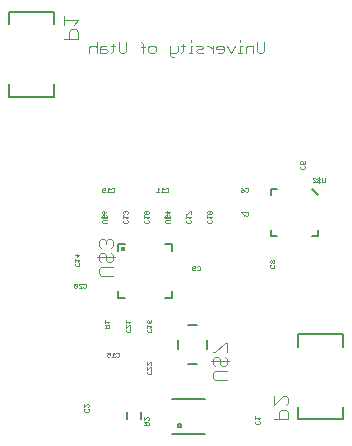
<source format=gbo>
G75*
G70*
%OFA0B0*%
%FSLAX24Y24*%
%IPPOS*%
%LPD*%
%AMOC8*
5,1,8,0,0,1.08239X$1,22.5*
%
%ADD10C,0.0030*%
%ADD11C,0.0010*%
%ADD12C,0.0080*%
%ADD13C,0.0160*%
%ADD14C,0.0040*%
%ADD15C,0.0050*%
%ADD16C,0.0060*%
D10*
X006316Y013003D02*
X006378Y013003D01*
X006316Y013003D02*
X006255Y013065D01*
X006255Y013374D01*
X006502Y013374D02*
X006502Y013188D01*
X006440Y013127D01*
X006255Y013127D01*
X006624Y013127D02*
X006685Y013188D01*
X006685Y013435D01*
X006747Y013374D02*
X006624Y013374D01*
X006931Y013374D02*
X006931Y013127D01*
X006993Y013127D02*
X006869Y013127D01*
X007114Y013188D02*
X007176Y013250D01*
X007299Y013250D01*
X007361Y013312D01*
X007299Y013374D01*
X007114Y013374D01*
X006993Y013374D02*
X006931Y013374D01*
X006931Y013497D02*
X006931Y013559D01*
X007114Y013188D02*
X007176Y013127D01*
X007361Y013127D01*
X007483Y013374D02*
X007544Y013374D01*
X007668Y013250D01*
X007789Y013250D02*
X008036Y013250D01*
X008036Y013188D02*
X008036Y013312D01*
X007974Y013374D01*
X007851Y013374D01*
X007789Y013312D01*
X007789Y013250D01*
X007851Y013127D02*
X007974Y013127D01*
X008036Y013188D01*
X008158Y013374D02*
X008281Y013127D01*
X008404Y013374D01*
X008588Y013374D02*
X008588Y013127D01*
X008527Y013127D02*
X008650Y013127D01*
X008771Y013127D02*
X008771Y013312D01*
X008833Y013374D01*
X009018Y013374D01*
X009018Y013127D01*
X009140Y013188D02*
X009140Y013497D01*
X009387Y013497D02*
X009387Y013188D01*
X009325Y013127D01*
X009201Y013127D01*
X009140Y013188D01*
X008650Y013374D02*
X008588Y013374D01*
X008588Y013497D02*
X008588Y013559D01*
X007668Y013374D02*
X007668Y013127D01*
X005765Y013188D02*
X005703Y013127D01*
X005580Y013127D01*
X005518Y013188D01*
X005518Y013312D01*
X005580Y013374D01*
X005703Y013374D01*
X005765Y013312D01*
X005765Y013188D01*
X005397Y013312D02*
X005273Y013312D01*
X005335Y013435D02*
X005273Y013497D01*
X005335Y013435D02*
X005335Y013127D01*
X004783Y013188D02*
X004721Y013127D01*
X004598Y013127D01*
X004536Y013188D01*
X004536Y013497D01*
X004415Y013374D02*
X004291Y013374D01*
X004353Y013435D02*
X004353Y013188D01*
X004291Y013127D01*
X004169Y013188D02*
X004107Y013250D01*
X003922Y013250D01*
X003922Y013312D02*
X003922Y013127D01*
X004107Y013127D01*
X004169Y013188D01*
X004107Y013374D02*
X003984Y013374D01*
X003922Y013312D01*
X003801Y013312D02*
X003739Y013374D01*
X003616Y013374D01*
X003554Y013312D01*
X003554Y013127D01*
X003801Y013127D02*
X003801Y013497D01*
X004783Y013497D02*
X004783Y013188D01*
D11*
X003384Y001247D02*
X003384Y001197D01*
X003409Y001172D01*
X003509Y001172D01*
X003534Y001197D01*
X003534Y001247D01*
X003509Y001272D01*
X003509Y001319D02*
X003534Y001344D01*
X003534Y001394D01*
X003509Y001419D01*
X003484Y001419D01*
X003384Y001319D01*
X003384Y001419D01*
X003409Y001272D02*
X003384Y001247D01*
X004177Y002992D02*
X004227Y002992D01*
X004252Y003017D01*
X004252Y003067D02*
X004202Y003092D01*
X004177Y003092D01*
X004152Y003067D01*
X004152Y003017D01*
X004177Y002992D01*
X004252Y003067D02*
X004252Y003142D01*
X004152Y003142D01*
X004349Y003142D02*
X004349Y002992D01*
X004399Y002992D02*
X004299Y002992D01*
X004399Y003092D02*
X004349Y003142D01*
X004446Y003117D02*
X004472Y003142D01*
X004522Y003142D01*
X004547Y003117D01*
X004547Y003017D01*
X004522Y002992D01*
X004472Y002992D01*
X004446Y003017D01*
X004797Y003825D02*
X004772Y003850D01*
X004772Y003900D01*
X004797Y003925D01*
X004772Y003972D02*
X004872Y004072D01*
X004897Y004072D01*
X004922Y004047D01*
X004922Y003997D01*
X004897Y003972D01*
X004897Y003925D02*
X004922Y003900D01*
X004922Y003850D01*
X004897Y003825D01*
X004797Y003825D01*
X004772Y003972D02*
X004772Y004072D01*
X004772Y004119D02*
X004772Y004219D01*
X004772Y004169D02*
X004922Y004169D01*
X004872Y004119D01*
X005472Y004144D02*
X005472Y004194D01*
X005497Y004219D01*
X005522Y004219D01*
X005547Y004194D01*
X005547Y004119D01*
X005497Y004119D01*
X005472Y004144D01*
X005472Y004072D02*
X005472Y003972D01*
X005472Y004022D02*
X005622Y004022D01*
X005572Y003972D01*
X005597Y003925D02*
X005622Y003900D01*
X005622Y003850D01*
X005597Y003825D01*
X005497Y003825D01*
X005472Y003850D01*
X005472Y003900D01*
X005497Y003925D01*
X005547Y004119D02*
X005597Y004169D01*
X005622Y004219D01*
X005597Y002819D02*
X005622Y002794D01*
X005622Y002744D01*
X005597Y002719D01*
X005597Y002672D02*
X005622Y002647D01*
X005622Y002597D01*
X005597Y002572D01*
X005597Y002525D02*
X005622Y002500D01*
X005622Y002450D01*
X005597Y002425D01*
X005497Y002425D01*
X005472Y002450D01*
X005472Y002500D01*
X005497Y002525D01*
X005472Y002572D02*
X005572Y002672D01*
X005597Y002672D01*
X005472Y002672D02*
X005472Y002572D01*
X005472Y002719D02*
X005572Y002819D01*
X005597Y002819D01*
X005472Y002819D02*
X005472Y002719D01*
X004222Y003972D02*
X004222Y004047D01*
X004197Y004072D01*
X004147Y004072D01*
X004122Y004047D01*
X004122Y003972D01*
X004122Y004022D02*
X004072Y004072D01*
X004072Y004119D02*
X004072Y004219D01*
X004072Y004169D02*
X004222Y004169D01*
X004172Y004119D01*
X004222Y003972D02*
X004072Y003972D01*
X003422Y005292D02*
X003372Y005292D01*
X003346Y005317D01*
X003299Y005292D02*
X003199Y005392D01*
X003199Y005417D01*
X003224Y005442D01*
X003274Y005442D01*
X003299Y005417D01*
X003346Y005417D02*
X003372Y005442D01*
X003422Y005442D01*
X003447Y005417D01*
X003447Y005317D01*
X003422Y005292D01*
X003299Y005292D02*
X003199Y005292D01*
X003152Y005317D02*
X003052Y005417D01*
X003052Y005317D01*
X003077Y005292D01*
X003127Y005292D01*
X003152Y005317D01*
X003152Y005417D01*
X003127Y005442D01*
X003077Y005442D01*
X003052Y005417D01*
X003097Y006025D02*
X003072Y006050D01*
X003072Y006100D01*
X003097Y006125D01*
X003072Y006172D02*
X003072Y006272D01*
X003072Y006222D02*
X003222Y006222D01*
X003172Y006172D01*
X003197Y006125D02*
X003222Y006100D01*
X003222Y006050D01*
X003197Y006025D01*
X003097Y006025D01*
X003147Y006319D02*
X003147Y006419D01*
X003222Y006394D02*
X003147Y006319D01*
X003072Y006394D02*
X003222Y006394D01*
X004007Y007467D02*
X003982Y007492D01*
X003982Y007542D01*
X004007Y007567D01*
X004132Y007567D01*
X004107Y007614D02*
X004132Y007639D01*
X004132Y007689D01*
X004107Y007714D01*
X004057Y007689D02*
X004057Y007639D01*
X004082Y007614D01*
X004107Y007614D01*
X004157Y007664D02*
X003957Y007664D01*
X003982Y007639D02*
X003982Y007689D01*
X004007Y007714D01*
X004032Y007714D01*
X004057Y007689D01*
X004057Y007761D02*
X004057Y007836D01*
X004032Y007861D01*
X004007Y007861D01*
X003982Y007836D01*
X003982Y007786D01*
X004007Y007761D01*
X004057Y007761D01*
X004107Y007811D01*
X004132Y007861D01*
X003982Y007639D02*
X004007Y007614D01*
X004007Y007467D02*
X004132Y007467D01*
X004682Y007492D02*
X004682Y007542D01*
X004707Y007567D01*
X004682Y007614D02*
X004682Y007714D01*
X004682Y007664D02*
X004832Y007664D01*
X004782Y007614D01*
X004807Y007567D02*
X004832Y007542D01*
X004832Y007492D01*
X004807Y007467D01*
X004707Y007467D01*
X004682Y007492D01*
X004707Y007761D02*
X004682Y007786D01*
X004682Y007836D01*
X004707Y007861D01*
X004732Y007861D01*
X004757Y007836D01*
X004757Y007811D01*
X004757Y007836D02*
X004782Y007861D01*
X004807Y007861D01*
X004832Y007836D01*
X004832Y007786D01*
X004807Y007761D01*
X005382Y007786D02*
X005407Y007761D01*
X005432Y007761D01*
X005457Y007786D01*
X005457Y007836D01*
X005432Y007861D01*
X005407Y007861D01*
X005382Y007836D01*
X005382Y007786D01*
X005382Y007714D02*
X005382Y007614D01*
X005382Y007664D02*
X005532Y007664D01*
X005482Y007614D01*
X005507Y007567D02*
X005532Y007542D01*
X005532Y007492D01*
X005507Y007467D01*
X005407Y007467D01*
X005382Y007492D01*
X005382Y007542D01*
X005407Y007567D01*
X005482Y007761D02*
X005507Y007761D01*
X005532Y007786D01*
X005532Y007836D01*
X005507Y007861D01*
X005482Y007861D01*
X005457Y007836D01*
X005457Y007786D02*
X005482Y007761D01*
X006057Y007664D02*
X006257Y007664D01*
X006232Y007639D02*
X006232Y007689D01*
X006207Y007714D01*
X006157Y007689D02*
X006157Y007639D01*
X006182Y007614D01*
X006207Y007614D01*
X006232Y007639D01*
X006232Y007567D02*
X006107Y007567D01*
X006082Y007542D01*
X006082Y007492D01*
X006107Y007467D01*
X006232Y007467D01*
X006107Y007614D02*
X006082Y007639D01*
X006082Y007689D01*
X006107Y007714D01*
X006132Y007714D01*
X006157Y007689D01*
X006157Y007761D02*
X006157Y007861D01*
X006232Y007836D02*
X006157Y007761D01*
X006082Y007836D02*
X006232Y007836D01*
X006782Y007761D02*
X006807Y007761D01*
X006907Y007861D01*
X006932Y007861D01*
X006932Y007761D01*
X006932Y007664D02*
X006782Y007664D01*
X006782Y007614D02*
X006782Y007714D01*
X006882Y007614D02*
X006932Y007664D01*
X006907Y007567D02*
X006932Y007542D01*
X006932Y007492D01*
X006907Y007467D01*
X006807Y007467D01*
X006782Y007492D01*
X006782Y007542D01*
X006807Y007567D01*
X007482Y007542D02*
X007482Y007492D01*
X007507Y007467D01*
X007607Y007467D01*
X007632Y007492D01*
X007632Y007542D01*
X007607Y007567D01*
X007582Y007614D02*
X007632Y007664D01*
X007482Y007664D01*
X007482Y007614D02*
X007482Y007714D01*
X007507Y007761D02*
X007607Y007861D01*
X007507Y007861D01*
X007482Y007836D01*
X007482Y007786D01*
X007507Y007761D01*
X007607Y007761D01*
X007632Y007786D01*
X007632Y007836D01*
X007607Y007861D01*
X007507Y007567D02*
X007482Y007542D01*
X008599Y007817D02*
X008699Y007717D01*
X008699Y007692D01*
X008746Y007717D02*
X008772Y007692D01*
X008822Y007692D01*
X008847Y007717D01*
X008847Y007817D01*
X008822Y007842D01*
X008772Y007842D01*
X008746Y007817D01*
X008699Y007842D02*
X008599Y007842D01*
X008599Y007817D01*
X008624Y008492D02*
X008599Y008517D01*
X008599Y008542D01*
X008624Y008567D01*
X008699Y008567D01*
X008699Y008517D01*
X008674Y008492D01*
X008624Y008492D01*
X008699Y008567D02*
X008649Y008617D01*
X008599Y008642D01*
X008746Y008617D02*
X008772Y008642D01*
X008822Y008642D01*
X008847Y008617D01*
X008847Y008517D01*
X008822Y008492D01*
X008772Y008492D01*
X008746Y008517D01*
X010582Y009292D02*
X010582Y009342D01*
X010607Y009367D01*
X010607Y009414D02*
X010582Y009439D01*
X010582Y009489D01*
X010607Y009514D01*
X010657Y009514D01*
X010682Y009489D01*
X010682Y009464D01*
X010657Y009414D01*
X010732Y009414D01*
X010732Y009514D01*
X010707Y009367D02*
X010732Y009342D01*
X010732Y009292D01*
X010707Y009267D01*
X010607Y009267D01*
X010582Y009292D01*
X011002Y008942D02*
X011027Y008967D01*
X011077Y008967D01*
X011102Y008942D01*
X011149Y008942D02*
X011174Y008967D01*
X011224Y008967D01*
X011249Y008942D01*
X011249Y008917D01*
X011224Y008892D01*
X011174Y008892D01*
X011149Y008867D01*
X011149Y008842D01*
X011174Y008817D01*
X011224Y008817D01*
X011249Y008842D01*
X011296Y008842D02*
X011296Y008967D01*
X011199Y008992D02*
X011199Y008792D01*
X011102Y008817D02*
X011002Y008917D01*
X011002Y008942D01*
X011002Y008817D02*
X011102Y008817D01*
X011296Y008842D02*
X011322Y008817D01*
X011372Y008817D01*
X011397Y008842D01*
X011397Y008967D01*
X009697Y006219D02*
X009672Y006219D01*
X009647Y006194D01*
X009647Y006144D01*
X009672Y006119D01*
X009697Y006119D01*
X009722Y006144D01*
X009722Y006194D01*
X009697Y006219D01*
X009647Y006194D02*
X009622Y006219D01*
X009597Y006219D01*
X009572Y006194D01*
X009572Y006144D01*
X009597Y006119D01*
X009622Y006119D01*
X009647Y006144D01*
X009697Y006072D02*
X009722Y006047D01*
X009722Y005997D01*
X009697Y005972D01*
X009597Y005972D01*
X009572Y005997D01*
X009572Y006047D01*
X009597Y006072D01*
X007241Y006007D02*
X007241Y005907D01*
X007216Y005882D01*
X007166Y005882D01*
X007141Y005907D01*
X007094Y005907D02*
X007069Y005882D01*
X007019Y005882D01*
X006994Y005907D01*
X006994Y006007D01*
X007019Y006032D01*
X007069Y006032D01*
X007094Y006007D01*
X007094Y005982D01*
X007069Y005957D01*
X006994Y005957D01*
X007141Y006007D02*
X007166Y006032D01*
X007216Y006032D01*
X007241Y006007D01*
X006164Y008482D02*
X006114Y008482D01*
X006088Y008507D01*
X006041Y008482D02*
X005941Y008482D01*
X005894Y008482D02*
X005794Y008482D01*
X005844Y008482D02*
X005844Y008632D01*
X005894Y008582D01*
X005991Y008632D02*
X005991Y008482D01*
X006041Y008582D02*
X005991Y008632D01*
X006088Y008607D02*
X006114Y008632D01*
X006164Y008632D01*
X006189Y008607D01*
X006189Y008507D01*
X006164Y008482D01*
X004389Y008507D02*
X004364Y008482D01*
X004314Y008482D01*
X004288Y008507D01*
X004241Y008482D02*
X004141Y008482D01*
X004191Y008482D02*
X004191Y008632D01*
X004241Y008582D01*
X004288Y008607D02*
X004314Y008632D01*
X004364Y008632D01*
X004389Y008607D01*
X004389Y008507D01*
X004094Y008507D02*
X004069Y008482D01*
X004019Y008482D01*
X003994Y008507D01*
X003994Y008607D01*
X004019Y008632D01*
X004069Y008632D01*
X004094Y008607D01*
X004094Y008582D01*
X004069Y008557D01*
X003994Y008557D01*
X005387Y000983D02*
X005387Y000882D01*
X005487Y000983D01*
X005512Y000983D01*
X005537Y000958D01*
X005537Y000907D01*
X005512Y000882D01*
X005512Y000835D02*
X005462Y000835D01*
X005437Y000810D01*
X005437Y000735D01*
X005387Y000735D02*
X005537Y000735D01*
X005537Y000810D01*
X005512Y000835D01*
X005437Y000785D02*
X005387Y000835D01*
X009082Y000842D02*
X009107Y000867D01*
X009082Y000842D02*
X009082Y000792D01*
X009107Y000767D01*
X009207Y000767D01*
X009232Y000792D01*
X009232Y000842D01*
X009207Y000867D01*
X009182Y000914D02*
X009232Y000964D01*
X009082Y000964D01*
X009082Y000914D02*
X009082Y001014D01*
D12*
X007403Y001602D02*
X006300Y001602D01*
X006497Y000716D02*
X006514Y000758D01*
X006556Y000775D01*
X006598Y000758D01*
X006615Y000716D01*
X006598Y000674D01*
X006556Y000657D01*
X006514Y000674D01*
X006497Y000716D01*
X006300Y000421D02*
X007403Y000421D01*
X007162Y002772D02*
X006842Y002772D01*
X006522Y003252D02*
X006522Y003572D01*
X006842Y004052D02*
X007162Y004052D01*
X007482Y003572D02*
X007482Y003252D01*
X006307Y004956D02*
X006071Y004956D01*
X006307Y004956D02*
X006307Y005192D01*
X006307Y006531D02*
X006307Y006767D01*
X006071Y006767D01*
X004732Y006767D02*
X004496Y006767D01*
X004496Y006531D01*
X004496Y005192D02*
X004496Y004956D01*
X004732Y004956D01*
X009614Y007024D02*
X009811Y007024D01*
X009614Y007024D02*
X009614Y007221D01*
X009614Y008402D02*
X009614Y008599D01*
X009811Y008599D01*
X010992Y008599D02*
X011189Y008402D01*
X011189Y007221D02*
X011189Y007024D01*
X010992Y007024D01*
D13*
X004672Y006592D03*
D14*
X004419Y006314D02*
X003805Y006314D01*
X003882Y006238D02*
X003882Y006391D01*
X003958Y006468D01*
X004035Y006468D01*
X004112Y006391D01*
X004112Y006238D01*
X004188Y006161D01*
X004265Y006161D01*
X004342Y006238D01*
X004342Y006391D01*
X004265Y006468D01*
X004265Y006621D02*
X004342Y006698D01*
X004342Y006851D01*
X004265Y006928D01*
X004188Y006928D01*
X004112Y006851D01*
X004035Y006928D01*
X003958Y006928D01*
X003882Y006851D01*
X003882Y006698D01*
X003958Y006621D01*
X004112Y006775D02*
X004112Y006851D01*
X003882Y006238D02*
X003958Y006161D01*
X003958Y006007D02*
X004342Y006007D01*
X004342Y005701D02*
X003958Y005701D01*
X003882Y005777D01*
X003882Y005931D01*
X003958Y006007D01*
X007682Y003152D02*
X007758Y003152D01*
X008065Y003459D01*
X008142Y003459D01*
X008142Y003152D01*
X008065Y002999D02*
X008142Y002922D01*
X008142Y002769D01*
X008065Y002692D01*
X007988Y002692D01*
X007912Y002769D01*
X007912Y002922D01*
X007835Y002999D01*
X007758Y002999D01*
X007682Y002922D01*
X007682Y002769D01*
X007758Y002692D01*
X007758Y002539D02*
X007682Y002462D01*
X007682Y002308D01*
X007758Y002232D01*
X008142Y002232D01*
X008142Y002539D02*
X007758Y002539D01*
X007605Y002845D02*
X008219Y002845D01*
X009717Y001702D02*
X009717Y001395D01*
X010024Y001702D01*
X010100Y001702D01*
X010177Y001625D01*
X010177Y001471D01*
X010100Y001395D01*
X010100Y001241D02*
X009947Y001241D01*
X009870Y001164D01*
X009870Y000934D01*
X009717Y000934D02*
X010177Y000934D01*
X010177Y001164D01*
X010100Y001241D01*
X003187Y013608D02*
X002726Y013608D01*
X002880Y013608D02*
X002880Y013838D01*
X002957Y013915D01*
X003110Y013915D01*
X003187Y013838D01*
X003187Y013608D01*
X003033Y014069D02*
X003187Y014222D01*
X002726Y014222D01*
X002726Y014069D02*
X002726Y014375D01*
D15*
X002380Y014509D02*
X002380Y014096D01*
X002380Y014509D02*
X000884Y014509D01*
X000884Y014096D01*
X000884Y012088D02*
X000884Y011674D01*
X002380Y011674D01*
X002380Y012088D01*
X010524Y003749D02*
X010524Y003336D01*
X010524Y003749D02*
X012020Y003749D01*
X012020Y003336D01*
X012020Y001328D02*
X012020Y000914D01*
X010524Y000914D01*
X010524Y001328D01*
D16*
X005293Y001148D02*
X005293Y000912D01*
X004821Y000912D02*
X004821Y001148D01*
M02*

</source>
